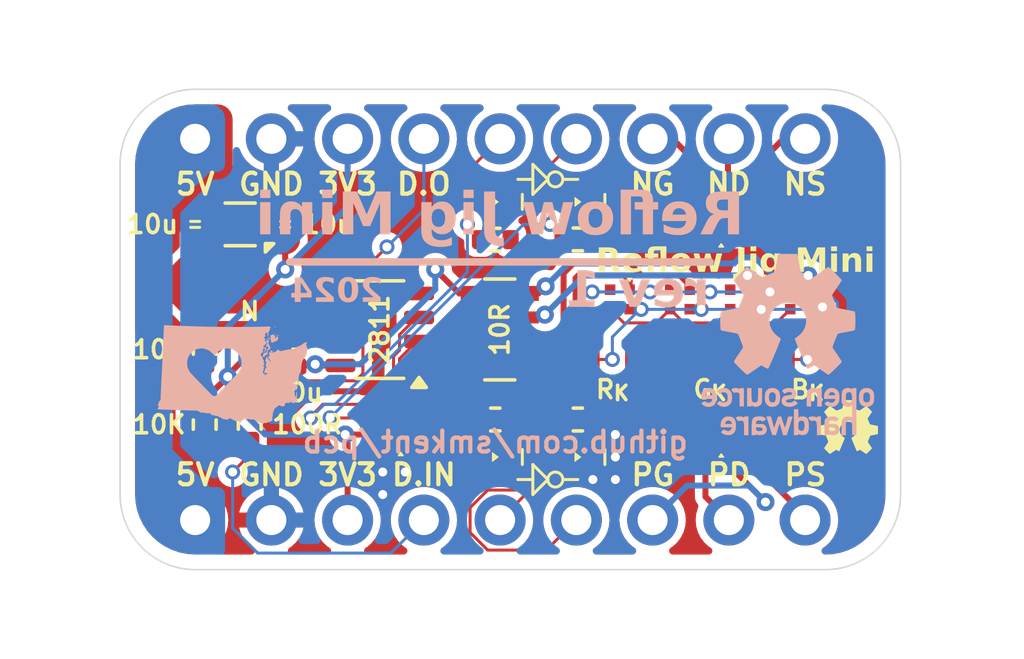
<source format=kicad_pcb>
(kicad_pcb (version 20240108) (generator "pcbnew") (generator_version "8.0")
  (layers (0 "F.Cu" signal) (31 "B.Cu" signal) (34 "B.Paste" user) (35 "F.Paste" user) (36 "B.SilkS" user "B.Silkscreen") (37 "F.SilkS" user "F.Silkscreen") (38 "B.Mask" user) (39 "F.Mask" user) (44 "Edge.Cuts" user))
  (net 0 "")
  (net 1 "GND")
  (net 3 "NOT2_A")
  (net 4 "+3V3")
  (net 5 "NOT1_A")
  (net 6 "+5V")
  (net 7 "NOT2_Y")
  (net 8 "NOT1_Y")
  (net 10 "WS2811_IN_3V3")
  (net 11 "WS2811_OUT_5V")
  (net 12 "WS2811_IN_5V")
  (net 13 "/WS2811_IN_3V3_F")
  (net 14 "Net-(D3-A)")
  (net 15 "Net-(D4-A)")
  (net 16 "PFET_D")
  (net 17 "PFET_G")
  (net 18 "PFET_S")
  (net 19 "NFET_D")
  (net 20 "NFET_G")
  (net 21 "NFET_S")
  (net 22 "Net-(LED1-A)")
  (net 23 "Net-(LED2-A)")
  (net 24 "Net-(LED3-A)")
  (net 25 "Net-(LED4-A)")
  (net 26 "/WS2811_1_OUTR")
  (net 27 "/WS2811_1_OUTG")
  (net 28 "/WS2811_1_OUTB")
  (net 29 "/WS2811_1_BK")
  (net 30 "/WS2811_1_RK")
  (net 31 "/WS2811_1_GK")
  (net 32 "Net-(D1-A)")
  (net 33 "Net-(D2-A)")
  (footprint "Resistor_SMD:R_0402_1005Metric" (layer "F.Cu") (at 152.32 101.17 -90)
    (property "Reference" "R2" (hide yes))
    (property "Value" "10K")
    (pad "1" smd roundrect (at -0.51 0 270) (size 0.54 0.64) (layers "F.Cu" "F.Paste" "F.Mask") (net 13 "/WS2811_IN_3V3_F"))
    (pad "2" smd roundrect (at 0.51 0 270) (size 0.54 0.64) (layers "F.Cu" "F.Paste" "F.Mask") (net 4 "+3V3"))
  )
  (footprint "custom:C_0402_1005Metric_simple" (layer "F.Cu") (at 152 94.5 -90)
    (property "Reference" "C0" (hide yes))
    (property "Value" "10u")
    (pad "1" smd roundrect (at -0.48 0 270) (size 0.56 0.62) (layers "F.Cu" "F.Paste" "F.Mask") (net 6 "+5V"))
    (pad "2" smd roundrect (at 0.48 0 270) (size 0.56 0.62) (layers "F.Cu" "F.Paste" "F.Mask") (net 1 "GND"))
  )
  (footprint "custom:R_0603_1608Metric_simple" (layer "F.Cu") (at 172.4 99)
    (property "Reference" "R8" (hide yes))
    (property "Value" "100R")
    (pad "1" smd roundrect (at -0.825 0) (size 0.8 0.95) (layers "F.Cu" "F.Paste" "F.Mask") (net 29 "/WS2811_1_BK"))
    (pad "2" smd roundrect (at 0.825 0) (size 0.8 0.95) (layers "F.Cu" "F.Paste" "F.Mask") (net 28 "/WS2811_1_OUTB"))
  )
  (footprint "Resistor_SMD:R_0402_1005Metric" (layer "F.Cu") (at 162 101)
    (property "Reference" "R12" (hide yes))
    (property "Value" "5K1")
    (pad "1" smd roundrect (at -0.51 0) (size 0.54 0.64) (layers "F.Cu" "F.Paste" "F.Mask") (net 5 "NOT1_A"))
    (pad "2" smd roundrect (at 0.51 0) (size 0.54 0.64) (layers "F.Cu" "F.Paste" "F.Mask") (net 32 "Net-(D1-A)"))
  )
  (footprint "Resistor_SMD:R_0402_1005Metric" (layer "F.Cu") (at 164.75 101)
    (property "Reference" "R14" (hide yes))
    (property "Value" "5K1")
    (pad "1" smd roundrect (at -0.51 0) (size 0.54 0.64) (layers "F.Cu" "F.Paste" "F.Mask") (net 8 "NOT1_Y"))
    (pad "2" smd roundrect (at 0.51 0) (size 0.54 0.64) (layers "F.Cu" "F.Paste" "F.Mask") (net 14 "Net-(D3-A)"))
  )
  (footprint "lcsc:LED-ARRAY-SMD_4P-L1.0-W1.0-TR-RD" (layer "F.Cu") (at 168.15 97)
    (property "Reference" "LED2" (hide yes))
    (property "Value" "XL-B1010RGBT-HF")
    (pad "1" smd rect (at 0.325 -0.325 180) (size 0.35 0.35) (layers "F.Cu" "F.Paste" "F.Mask") (net 23 "Net-(LED2-A)"))
    (pad "2" smd rect (at 0.325 0.325 180) (size 0.35 0.35) (layers "F.Cu" "F.Paste" "F.Mask") (net 30 "/WS2811_1_RK"))
    (pad "3" smd rect (at -0.325 0.325 180) (size 0.35 0.35) (layers "F.Cu" "F.Paste" "F.Mask") (net 31 "/WS2811_1_GK"))
    (pad "4" smd rect (at -0.325 -0.325 180) (size 0.35 0.35) (layers "F.Cu" "F.Paste" "F.Mask") (net 29 "/WS2811_1_BK"))
  )
  (footprint "Resistor_SMD:R_0402_1005Metric" (layer "F.Cu") (at 162 95.01)
    (property "Reference" "R4" (hide yes))
    (property "Value" "5K1")
    (pad "1" smd roundrect (at -0.51 0) (size 0.54 0.64) (layers "F.Cu" "F.Paste" "F.Mask") (net 3 "NOT2_A"))
    (pad "2" smd roundrect (at 0.51 0) (size 0.54 0.64) (layers "F.Cu" "F.Paste" "F.Mask") (net 33 "Net-(D2-A)"))
  )
  (footprint "lcsc:FSOP-8_L3.3-W1.7-P0.80-LS2.9-BL" (layer "F.Cu") (at 158.15 98 180)
    (property "Reference" "U1" (hide yes))
    (property "Value" "WS2811F")
    (pad "1" smd roundrect (at -1.31 -1.2 270) (size 0.45 1) (layers "F.Cu" "F.Paste" "F.Mask") (net 26 "/WS2811_1_OUTR"))
    (pad "2" smd roundrect (at -1.31 -0.4 270) (size 0.45 1) (layers "F.Cu" "F.Paste" "F.Mask") (net 27 "/WS2811_1_OUTG"))
    (pad "3" smd roundrect (at -1.31 0.4 270) (size 0.45 1) (layers "F.Cu" "F.Paste" "F.Mask") (net 28 "/WS2811_1_OUTB"))
    (pad "4" smd roundrect (at -1.31 1.2 270) (size 0.45 1) (layers "F.Cu" "F.Paste" "F.Mask") (net 1 "GND"))
    (pad "5" smd roundrect (at 1.31 1.2 270) (size 0.45 1) (layers "F.Cu" "F.Paste" "F.Mask") (net 11 "WS2811_OUT_5V"))
    (pad "6" smd roundrect (at 1.31 0.4 270) (size 0.45 1) (layers "F.Cu" "F.Paste" "F.Mask") (net 12 "WS2811_IN_5V"))
    (pad "7" smd roundrect (at 1.31 -0.4 270) (size 0.45 1) (layers "F.Cu" "F.Paste" "F.Mask"))
    (pad "8" smd roundrect (at 1.31 -1.2 270) (size 0.45 1) (layers "F.Cu" "F.Paste" "F.Mask") (net 6 "+5V"))
  )
  (footprint "custom:LED_0402_1005Metric" (layer "F.Cu") (at 164.75 102.25 180)
    (property "Reference" "D3" (hide yes))
    (property "Value" "Green")
    (pad "1" smd roundrect (at -0.485 0 180) (size 0.59 0.64) (layers "F.Cu" "F.Paste" "F.Mask") (net 1 "GND"))
    (pad "2" smd roundrect (at 0.485 0 180) (size 0.59 0.64) (layers "F.Cu" "F.Paste" "F.Mask") (net 14 "Net-(D3-A)"))
  )
  (footprint "Package_DFN_QFN:UDFN-4-1EP_1x1mm_P0.65mm_EP0.48x0.48mm" (layer "F.Cu") (at 153.5 94.5 180)
    (property "Reference" "U5" (hide yes))
    (property "Value" "ME6211C33U4")
    (pad "1" smd custom (at -0.54 -0.325 180) (size 0.22 0.25) (layers "F.Cu" "F.Paste" "F.Mask") (net 4 "+3V3") (options (clearance outline) (anchor rect)) (primitives (gr_poly (pts (xy 0.11 0.125) (xy 0.11 -0.125) (xy 0.36 -0.125)) (width 0) (fill yes))))
    (pad "2" smd custom (at -0.54 0.325 180) (size 0.22 0.25) (layers "F.Cu" "F.Paste" "F.Mask") (net 1 "GND") (options (clearance outline) (anchor rect)) (primitives (gr_poly (pts (xy 0.29 0.055) (xy 0.29 0.125) (xy 0.11 0.125) (xy 0.11 -0.125)) (width 0) (fill yes))))
    (pad "3" smd custom (at 0.54 0.325 180) (size 0.22 0.25) (layers "F.Cu" "F.Paste" "F.Mask") (net 6 "+5V") (options (clearance outline) (anchor rect)) (primitives (gr_poly (pts (xy -0.11 0.125) (xy -0.29 0.125) (xy -0.29 0.055) (xy -0.11 -0.125)) (width 0) (fill yes))))
    (pad "4" smd custom (at 0.54 -0.325 180) (size 0.22 0.25) (layers "F.Cu" "F.Paste" "F.Mask") (net 6 "+5V") (options (clearance outline) (anchor rect)) (primitives (gr_poly (pts (xy -0.11 0.125) (xy -0.29 -0.055) (xy -0.29 -0.125) (xy -0.11 -0.125)) (width 0) (fill yes))))
    (pad "5" smd rect (at 0 0 225) (size 0.48 0.48) (layers "F.Cu" "F.Paste" "F.Mask"))
  )
  (footprint "Resistor_SMD:R_0402_1005Metric" (layer "F.Cu") (at 152.32 98.67 90)
    (property "Reference" "R3" (hide yes))
    (property "Value" "10K")
    (pad "1" smd roundrect (at -0.51 0 90) (size 0.54 0.64) (layers "F.Cu" "F.Paste" "F.Mask") (net 12 "WS2811_IN_5V"))
    (pad "2" smd roundrect (at 0.51 0 90) (size 0.54 0.64) (layers "F.Cu" "F.Paste" "F.Mask") (net 6 "+5V"))
  )
  (footprint "custom:LED_0402_1005Metric" (layer "F.Cu") (at 162 102.25 180)
    (property "Reference" "D1" (hide yes))
    (property "Value" "Green")
    (pad "1" smd roundrect (at -0.485 0 180) (size 0.59 0.64) (layers "F.Cu" "F.Paste" "F.Mask") (net 1 "GND"))
    (pad "2" smd roundrect (at 0.485 0 180) (size 0.59 0.64) (layers "F.Cu" "F.Paste" "F.Mask") (net 32 "Net-(D1-A)"))
  )
  (footprint "lcsc:LED-ARRAY-SMD_4P-L1.0-W1.0-TR-RD" (layer "F.Cu") (at 172.15 97)
    (property "Reference" "LED4" (hide yes))
    (property "Value" "XL-B1010RGBT-HF")
    (pad "1" smd rect (at 0.325 -0.325 180) (size 0.35 0.35) (layers "F.Cu" "F.Paste" "F.Mask") (net 25 "Net-(LED4-A)"))
    (pad "2" smd rect (at 0.325 0.325 180) (size 0.35 0.35) (layers "F.Cu" "F.Paste" "F.Mask") (net 30 "/WS2811_1_RK"))
    (pad "3" smd rect (at -0.325 0.325 180) (size 0.35 0.35) (layers "F.Cu" "F.Paste" "F.Mask") (net 31 "/WS2811_1_GK"))
    (pad "4" smd rect (at -0.325 -0.325 180) (size 0.35 0.35) (layers "F.Cu" "F.Paste" "F.Mask") (net 29 "/WS2811_1_BK"))
  )
  (footprint "custom:DFN1006-3" (layer "F.Cu") (at 169.75 101.5 90)
    (property "Reference" "Q3" (hide yes))
    (property "Value" "ES3139KE")
    (pad "1" smd roundrect (at -0.35 -0.225) (size 0.25 0.4) (layers "F.Cu" "F.Paste" "F.Mask") (roundrect_rratio 0.2) (net 17 "PFET_G"))
    (pad "2" smd roundrect (at -0.35 0.225) (size 0.25 0.4) (layers "F.Cu" "F.Paste" "F.Mask") (roundrect_rratio 0.2) (net 18 "PFET_S"))
    (pad "3" smd roundrect (at 0.35 0) (size 0.7 0.4) (layers "F.Cu" "F.Paste" "F.Mask") (roundrect_rratio 0.2) (net 16 "PFET_D"))
  )
  (footprint "lcsc:LED-ARRAY-SMD_4P-L1.0-W1.0-TR-RD" (layer "F.Cu") (at 166.15 97)
    (property "Reference" "LED1" (hide yes))
    (property "Value" "XL-B1010RGBT-HF")
    (pad "1" smd rect (at 0.325 -0.325 180) (size 0.35 0.35) (layers "F.Cu" "F.Paste" "F.Mask") (net 22 "Net-(LED1-A)"))
    (pad "2" smd rect (at 0.325 0.325 180) (size 0.35 0.35) (layers "F.Cu" "F.Paste" "F.Mask") (net 30 "/WS2811_1_RK"))
    (pad "3" smd rect (at -0.325 0.325 180) (size 0.35 0.35) (layers "F.Cu" "F.Paste" "F.Mask") (net 31 "/WS2811_1_GK"))
    (pad "4" smd rect (at -0.325 -0.325 180) (size 0.35 0.35) (layers "F.Cu" "F.Paste" "F.Mask") (net 29 "/WS2811_1_BK"))
  )
  (footprint "custom:C_0402_1005Metric_simple" (layer "F.Cu") (at 155 94.5 90)
    (property "Reference" "C1" (hide yes))
    (property "Value" "10u")
    (pad "1" smd roundrect (at -0.48 0 90) (size 0.56 0.62) (layers "F.Cu" "F.Paste" "F.Mask") (net 4 "+3V3"))
    (pad "2" smd roundrect (at 0.48 0 90) (size 0.56 0.62) (layers "F.Cu" "F.Paste" "F.Mask") (net 1 "GND"))
  )
  (footprint "custom:R_0603_1608Metric_simple" (layer "F.Cu") (at 169.15 99)
    (property "Reference" "R7" (hide yes))
    (property "Value" "100R")
    (pad "1" smd roundrect (at -0.825 0) (size 0.8 0.95) (layers "F.Cu" "F.Paste" "F.Mask") (net 31 "/WS2811_1_GK"))
    (pad "2" smd roundrect (at 0.825 0) (size 0.8 0.95) (layers "F.Cu" "F.Paste" "F.Mask") (net 27 "/WS2811_1_OUTG"))
  )
  (footprint "custom:DFN1006-3" (layer "F.Cu") (at 169.75 94.5 90)
    (property "Reference" "Q2" (hide yes))
    (property "Value" "SDV301N3")
    (pad "1" smd roundrect (at -0.35 -0.225) (size 0.25 0.4) (layers "F.Cu" "F.Paste" "F.Mask") (roundrect_rratio 0.2) (net 20 "NFET_G"))
    (pad "2" smd roundrect (at -0.35 0.225) (size 0.25 0.4) (layers "F.Cu" "F.Paste" "F.Mask") (roundrect_rratio 0.2) (net 21 "NFET_S"))
    (pad "3" smd roundrect (at 0.35 0) (size 0.7 0.4) (layers "F.Cu" "F.Paste" "F.Mask") (roundrect_rratio 0.2) (net 19 "NFET_D"))
  )
  (footprint "graphics:oshw-logo-2mm" (layer "F.Cu") (at 173.75 101.25)
    (property "Reference" "G***" (hide yes))
    (property "Value" "LOGO" (hide yes))
  )
  (footprint "lcsc:X2-DFN1010-6_L1.0-W1.0-P0.35-BL" (layer "F.Cu") (at 158.5 101.5 90)
    (property "Reference" "U4" (hide yes))
    (property "Value" "74AUP2G06FW4-7")
    (pad "1" smd rect (at -0.35 0.35 270) (size 0.2 0.55) (layers "F.Cu" "F.Paste" "F.Mask") (net 5 "NOT1_A"))
    (pad "2" smd rect (at 0 0.35 270) (size 0.2 0.55) (layers "F.Cu" "F.Paste" "F.Mask") (net 1 "GND"))
    (pad "3" smd rect (at 0.35 0.35 270) (size 0.2 0.55) (layers "F.Cu" "F.Paste" "F.Mask") (net 3 "NOT2_A"))
    (pad "4" smd rect (at 0.35 -0.35 270) (size 0.2 0.55) (layers "F.Cu" "F.Paste" "F.Mask") (net 7 "NOT2_Y"))
    (pad "5" smd rect (at 0 -0.35 270) (size 0.2 0.55) (layers "F.Cu" "F.Paste" "F.Mask") (net 4 "+3V3"))
    (pad "6" smd rect (at -0.35 -0.35 270) (size 0.2 0.55) (layers "F.Cu" "F.Paste" "F.Mask") (net 8 "NOT1_Y"))
  )
  (footprint "Resistor_SMD:R_0402_1005Metric" (layer "F.Cu") (at 153.82 101.17 90)
    (property "Reference" "R1" (hide yes))
    (property "Value" "100R")
    (pad "1" smd roundrect (at -0.51 0 90) (size 0.54 0.64) (layers "F.Cu" "F.Paste" "F.Mask") (net 10 "WS2811_IN_3V3"))
    (pad "2" smd roundrect (at 0.51 0 90) (size 0.54 0.64) (layers "F.Cu" "F.Paste" "F.Mask") (net 13 "/WS2811_IN_3V3_F"))
  )
  (footprint "custom:LED_0402_1005Metric" (layer "F.Cu") (at 162 93.75 180)
    (property "Reference" "D2" (hide yes))
    (property "Value" "Green")
    (pad "1" smd roundrect (at -0.485 0 180) (size 0.59 0.64) (layers "F.Cu" "F.Paste" "F.Mask") (net 1 "GND"))
    (pad "2" smd roundrect (at 0.485 0 180) (size 0.59 0.64) (layers "F.Cu" "F.Paste" "F.Mask") (net 33 "Net-(D2-A)"))
  )
  (footprint "lcsc:LED-ARRAY-SMD_4P-L1.0-W1.0-TR-RD" (layer "F.Cu") (at 170.15 97)
    (property "Reference" "LED3" (hide yes))
    (property "Value" "XL-B1010RGBT-HF")
    (pad "1" smd rect (at 0.325 -0.325 180) (size 0.35 0.35) (layers "F.Cu" "F.Paste" "F.Mask") (net 24 "Net-(LED3-A)"))
    (pad "2" smd rect (at 0.325 0.325 180) (size 0.35 0.35) (layers "F.Cu" "F.Paste" "F.Mask") (net 30 "/WS2811_1_RK"))
    (pad "3" smd rect (at -0.325 0.325 180) (size 0.35 0.35) (layers "F.Cu" "F.Paste" "F.Mask") (net 31 "/WS2811_1_GK"))
    (pad "4" smd rect (at -0.325 -0.325 180) (size 0.35 0.35) (layers "F.Cu" "F.Paste" "F.Mask") (net 29 "/WS2811_1_BK"))
  )
  (footprint "custom:C_0402_1005Metric_simple" (layer "F.Cu") (at 155.4 98.75 90)
    (property "Reference" "C2" (hide yes))
    (property "Value" "10u")
    (pad "1" smd roundrect (at -0.48 0 90) (size 0.56 0.62) (layers "F.Cu" "F.Paste" "F.Mask") (net 6 "+5V"))
    (pad "2" smd roundrect (at 0.48 0 90) (size 0.56 0.62) (layers "F.Cu" "F.Paste" "F.Mask") (net 1 "GND"))
  )
  (footprint "custom:LED_0402_1005Metric" (layer "F.Cu") (at 164.75 93.75 180)
    (property "Reference" "D4" (hide yes))
    (property "Value" "Green")
    (pad "1" smd roundrect (at -0.485 0 180) (size 0.59 0.64) (layers "F.Cu" "F.Paste" "F.Mask") (net 1 "GND"))
    (pad "2" smd roundrect (at 0.485 0 180) (size 0.59 0.64) (layers "F.Cu" "F.Paste" "F.Mask") (net 15 "Net-(D4-A)"))
  )
  (footprint "Resistor_SMD:R_Array_Convex_4x0603" (layer "F.Cu") (at 162.15 98 180)
    (property "Reference" "RN1" (hide yes))
    (property "Value" "10R")
    (pad "1" smd rect (at -0.9 -1.2 180) (size 0.8 0.5) (layers "F.Cu" "F.Paste" "F.Mask") (net 22 "Net-(LED1-A)"))
    (pad "2" smd rect (at -0.9 -0.4 180) (size 0.8 0.4) (layers "F.Cu" "F.Paste" "F.Mask") (net 23 "Net-(LED2-A)"))
    (pad "3" smd rect (at -0.9 0.4 180) (size 0.8 0.4) (layers "F.Cu" "F.Paste" "F.Mask") (net 24 "Net-(LED3-A)"))
    (pad "4" smd rect (at -0.9 1.2 180) (size 0.8 0.5) (layers "F.Cu" "F.Paste" "F.Mask") (net 25 "Net-(LED4-A)"))
    (pad "5" smd rect (at 0.9 1.2 180) (size 0.8 0.5) (layers "F.Cu" "F.Paste" "F.Mask") (net 6 "+5V"))
    (pad "6" smd rect (at 0.9 0.4 180) (size 0.8 0.4) (layers "F.Cu" "F.Paste" "F.Mask") (net 6 "+5V"))
    (pad "7" smd rect (at 0.9 -0.4 180) (size 0.8 0.4) (layers "F.Cu" "F.Paste" "F.Mask") (net 6 "+5V"))
    (pad "8" smd rect (at 0.9 -1.2 180) (size 0.8 0.5) (layers "F.Cu" "F.Paste" "F.Mask") (net 6 "+5V"))
  )
  (footprint "Resistor_SMD:R_0402_1005Metric" (layer "F.Cu") (at 164.75 95)
    (property "Reference" "R5" (hide yes))
    (property "Value" "5K1")
    (pad "1" smd roundrect (at -0.51 0) (size 0.54 0.64) (layers "F.Cu" "F.Paste" "F.Mask") (net 7 "NOT2_Y"))
    (pad "2" smd roundrect (at 0.51 0) (size 0.54 0.64) (layers "F.Cu" "F.Paste" "F.Mask") (net 15 "Net-(D4-A)"))
  )
  (footprint "custom:R_0603_1608Metric_simple" (layer "F.Cu") (at 165.9 99)
    (property "Reference" "R6" (hide yes))
    (property "Value" "100R")
    (pad "1" smd roundrect (at -0.825 0) (size 0.8 0.95) (layers "F.Cu" "F.Paste" "F.Mask") (net 30 "/WS2811_1_RK"))
    (pad "2" smd roundrect (at 0.825 0) (size 0.8 0.95) (layers "F.Cu" "F.Paste" "F.Mask") (net 26 "/WS2811_1_OUTR"))
  )
  (footprint "custom:DFN1006-3" (layer "F.Cu") (at 153.82 98.67 90)
    (property "Reference" "Q1" (hide yes))
    (property "Value" "SDV301N3")
    (pad "1" smd roundrect (at -0.35 -0.225) (size 0.25 0.4) (layers "F.Cu" "F.Paste" "F.Mask") (roundrect_rratio 0.2) (net 4 "+3V3"))
    (pad "2" smd roundrect (at -0.35 0.225) (size 0.25 0.4) (layers "F.Cu" "F.Paste" "F.Mask") (roundrect_rratio 0.2) (net 13 "/WS2811_IN_3V3_F"))
    (pad "3" smd roundrect (at 0.35 0) (size 0.7 0.4) (layers "F.Cu" "F.Paste" "F.Mask") (roundrect_rratio 0.2) (net 12 "WS2811_IN_5V"))
  )
  (footprint "custom:PinHeader_1x09_P2.54mm_Vertical_simple" (layer "B.Cu") (at 152 104.35 -90)
    (property "Reference" "J1" (hide yes))
    (property "Value" "Pin headers")
    (pad "1" thru_hole oval (at 0 0 270) (size 1.7 1.7) (drill 1) (layers "*.Cu" "*.Mask") (net 6 "+5V"))
    (pad "2" thru_hole oval (at 0 -2.54 270) (size 1.7 1.7) (drill 1) (layers "*.Cu" "*.Mask") (net 1 "GND"))
    (pad "3" thru_hole oval (at 0 -5.08 270) (size 1.7 1.7) (drill 1) (layers "*.Cu" "*.Mask") (net 4 "+3V3"))
    (pad "4" thru_hole oval (at 0 -7.62 270) (size 1.7 1.7) (drill 1) (layers "*.Cu" "*.Mask") (net 10 "WS2811_IN_3V3"))
    (pad "5" thru_hole oval (at 0 -10.16 270) (size 1.7 1.7) (drill 1) (layers "*.Cu" "*.Mask") (net 5 "NOT1_A"))
    (pad "6" thru_hole oval (at 0 -12.7 270) (size 1.7 1.7) (drill 1) (layers "*.Cu" "*.Mask") (net 8 "NOT1_Y"))
    (pad "7" thru_hole oval (at 0 -15.24 270) (size 1.7 1.7) (drill 1) (layers "*.Cu" "*.Mask") (net 17 "PFET_G"))
    (pad "8" thru_hole oval (at 0 -17.78 270) (size 1.7 1.7) (drill 1) (layers "*.Cu" "*.Mask") (net 16 "PFET_D"))
    (pad "9" thru_hole oval (at 0 -20.32 270) (size 1.7 1.7) (drill 1) (layers "*.Cu" "*.Mask") (net 18 "PFET_S"))
  )
  (footprint "custom:PinHeader_1x09_P2.54mm_Vertical_simple" (layer "B.Cu") (at 152 91.65 -90)
    (property "Reference" "J2" (hide yes))
    (property "Value" "Pin headers")
    (pad "1" thru_hole oval (at 0 0 270) (size 1.7 1.7) (drill 1) (layers "*.Cu" "*.Mask") (net 6 "+5V"))
    (pad "2" thru_hole oval (at 0 -2.54 270) (size 1.7 1.7) (drill 1) (layers "*.Cu" "*.Mask") (net 1 "GND"))
    (pad "3" thru_hole oval (at 0 -5.08 270) (size 1.7 1.7) (drill 1) (layers "*.Cu" "*.Mask") (net 4 "+3V3"))
    (pad "4" thru_hole oval (at 0 -7.62 270) (size 1.7 1.7) (drill 1) (layers "*.Cu" "*.Mask") (net 11 "WS2811_OUT_5V"))
    (pad "5" thru_hole oval (at 0 -10.16 270) (size 1.7 1.7) (drill 1) (layers "*.Cu" "*.Mask") (net 3 "NOT2_A"))
    (pad "6" thru_hole oval (at 0 -12.7 270) (size 1.7 1.7) (drill 1) (layers "*.Cu" "*.Mask") (net 7 "NOT2_Y"))
    (pad "7" thru_hole oval (at 0 -15.24 270) (size 1.7 1.7) (drill 1) (layers "*.Cu" "*.Mask") (net 20 "NFET_G"))
    (pad "8" thru_hole oval (at 0 -17.78 270) (size 1.7 1.7) (drill 1) (layers "*.Cu" "*.Mask") (net 19 "NFET_D"))
    (pad "9" thru_hole oval (at 0 -20.32 270) (size 1.7 1.7) (drill 1) (layers "*.Cu" "*.Mask") (net 21 "NFET_S"))
  )
  (footprint "graphics:wa-state-heart-5mm" (layer "B.Cu") (at 153.25 99.5 180)
    (property "Reference" "G***" (hide yes))
    (property "Value" "LOGO" (hide yes))
  )
  (footprint "Symbol:OSHW-Logo_5.7x6mm_SilkScreen" (layer "B.Cu") (at 171.75 98.5 180)
    (property "Reference" "REF**" (hide yes))
    (property "Value" "OSHW-Logo_5.7x6mm_SilkScreen" (hide yes))
  )
  (gr_line (start 169.15 95.75) (end 155.15 95.75) (stroke (width 0.25)) (layer "B.SilkS"))
  (gr_line (start 163.25 92.5) (end 163.25 93.5) (stroke (width 0.1)) (layer "F.SilkS"))
  (gr_line (start 163.75 103) (end 163.25 102.5) (stroke (width 0.1)) (layer "F.SilkS"))
  (gr_line (start 163.75 103) (end 163.25 103.5) (stroke (width 0.1)) (layer "F.SilkS"))
  (gr_line (start 163.75 93) (end 163.25 92.5) (stroke (width 0.1)) (layer "F.SilkS"))
  (gr_line (start 163.25 93) (end 162.75 93) (stroke (width 0.1)) (layer "F.SilkS"))
  (gr_line (start 163.25 102.5) (end 163.25 103.5) (stroke (width 0.1)) (layer "F.SilkS"))
  (gr_line (start 163.25 103) (end 162.75 103) (stroke (width 0.1)) (layer "F.SilkS"))
  (gr_line (start 164.25 93) (end 164.75 93) (stroke (width 0.1)) (layer "F.SilkS"))
  (gr_circle (center 164 93) (end 164.25 93) (stroke (width 0.1)) (fill none) (layer "F.SilkS"))
  (gr_line (start 163.75 93) (end 163.25 93.5) (stroke (width 0.1)) (layer "F.SilkS"))
  (gr_line (start 164.25 103) (end 164.75 103) (stroke (width 0.1)) (layer "F.SilkS"))
  (gr_circle (center 164 103) (end 164.25 103) (stroke (width 0.1)) (fill none) (layer "F.SilkS"))
  (gr_line (start 152 90) (end 173 90) (stroke (width 0.05)) (layer "Edge.Cuts"))
  (gr_line (start 175.5 92.5) (end 175.5 103.5) (stroke (width 0.05)) (layer "Edge.Cuts"))
  (gr_arc (start 152 106) (mid 150.232233 105.267767) (end 149.5 103.5) (stroke (width 0.05)) (layer "Edge.Cuts"))
  (gr_arc (start 175.5 103.5) (mid 174.767767 105.267767) (end 173 106) (stroke (width 0.05)) (layer "Edge.Cuts"))
  (gr_line (start 173 106) (end 152 106) (stroke (width 0.05)) (layer "Edge.Cuts"))
  (gr_arc (start 149.5 92.5) (mid 150.232233 90.732233) (end 152 90) (stroke (width 0.05)) (layer "Edge.Cuts"))
  (gr_line (start 149.5 103.5) (end 149.5 92.5) (stroke (width 0.05)) (layer "Edge.Cuts"))
  (gr_arc (start 173 90) (mid 174.767767 90.732233) (end 175.5 92.5) (stroke (width 0.05)) (layer "Edge.Cuts"))
  (gr_text "rev 1" (at 169.15 96.75 0) (layer "B.SilkS") (effects (font (size 1.2 1.2) (thickness 0.24) (bold yes)) (justify left mirror)))
  (gr_text "github.com/smkent/pcb" (at 162 101.75 0) (layer "B.SilkS") (effects (font (size 0.7 0.7) (thickness 0.14) (bold yes)) (justify mirror)))
  (gr_text "2024" (at 155.15 96.75 0) (layer "B.SilkS") (effects (font (size 0.8 0.8) (thickness 0.24) (bold yes)) (justify right mirror)))
  (gr_text "Reflow Jig Mini" (at 162.15 94.25 0) (layer "B.SilkS") (effects (font (size 1.4 1.4) (thickness 0.3) (bold yes)) (justify mirror)))
  (gr_text "100R" (at 154.5 101.17 0) (layer "F.SilkS") (effects (font (size 0.6 0.6) (thickness 0.12) (bold yes)) (justify left)))
  (gr_text "5V" (at 152 103.25 0) (layer "F.SilkS") (effects (font (size 0.7 0.7) (thickness 0.14) (bold yes)) (justify bottom)))
  (gr_text "10K" (at 151.75 101.17 0) (layer "F.SilkS") (effects (font (size 0.6 0.6) (thickness 0.12) (bold yes)) (justify right)))
  (gr_text "NS" (at 172.32 92.75 0) (layer "F.SilkS") (effects (font (size 0.7 0.7) (thickness 0.14) (bold yes)) (justify top)))
  (gr_text "G_{K}" (at 169.15 100 0) (layer "F.SilkS") (effects (font (size 0.6 0.6) (thickness 0.12) (bold yes))))
  (gr_text "NG" (at 167.24 92.75 0) (layer "F.SilkS") (effects (font (size 0.7 0.7) (thickness 0.14) (bold yes)) (justify top)))
  (gr_text "GND" (at 154.54 92.75 0) (layer "F.SilkS") (effects (font (size 0.7 0.7) (thickness 0.14) (bold yes)) (justify top)))
  (gr_text "2811" (at 158.15 98 90) (layer "F.SilkS") (effects (font (size 0.6 0.6) (thickness 0.12) (bold yes))))
  (gr_text "10R" (at 162.15 98 90) (layer "F.SilkS") (effects (font (size 0.6 0.6) (thickness 0.12) (bold yes))))
  (gr_text "PG" (at 167.25 103.25 0) (layer "F.SilkS") (effects (font (size 0.7 0.7) (thickness 0.14) (bold yes)) (justify bottom)))
  (gr_text "ND" (at 169.78 92.75 0) (layer "F.SilkS") (effects (font (size 0.7 0.7) (thickness 0.14) (bold yes)) (justify top)))
  (gr_text "3V3" (at 157.08 92.75 0) (layer "F.SilkS") (effects (font (size 0.7 0.7) (thickness 0.14) (bold yes)) (justify top)))
  (gr_text "5V" (at 152 92.75 0) (layer "F.SilkS") (effects (font (size 0.7 0.7) (thickness 0.14) (bold yes)) (justify top)))
  (gr_text "PS" (at 172.33 103.25 0) (layer "F.SilkS") (effects (font (size 0.7 0.7) (thickness 0.14) (bold yes)) (justify bottom)))
  (gr_text "10K" (at 151.75 98.67 0) (layer "F.SilkS") (effects (font (size 0.6 0.6) (thickness 0.12) (bold yes)) (justify right)))
  (gr_text "3V3" (at 157.08 103.25 0) (layer "F.SilkS") (effects (font (size 0.7 0.7) (thickness 0.14) (bold yes)) (justify bottom)))
  (gr_text "10u" (at 151.5 94.5 0) (layer "F.SilkS") (effects (font (size 0.6 0.6) (thickness 0.12) (bold yes)) (justify right)))
  (gr_text "PD" (at 169.79 103.25 0) (layer "F.SilkS") (effects (font (size 0.7 0.7) (thickness 0.14) (bold yes)) (justify bottom)))
  (gr_text "R_{K}" (at 165.9 100 0) (layer "F.SilkS") (effects (font (size 0.6 0.6) (thickness 0.12) (bold yes))))
  (gr_text "D.IN" (at 159.62 103.25 0) (layer "F.SilkS") (effects (font (size 0.7 0.7) (thickness 0.14) (bold yes)) (justify bottom)))
  (gr_text "10u" (at 155.4 99.75 0) (layer "F.SilkS") (effects (font (size 0.6 0.6) (thickness 0.12) (bold yes)) (justify top)))
  (gr_text "D.O" (at 159.62 92.75 0) (layer "F.SilkS") (effects (font (size 0.7 0.7) (thickness 0.14) (bold yes)) (justify top)))
  (gr_text "GND" (at 154.54 103.25 0) (layer "F.SilkS") (effects (font (size 0.7 0.7) (thickness 0.14) (bold yes)) (justify bottom)))
  (gr_text "10u" (at 155.5 94.5 0) (layer "F.SilkS") (effects (font (size 0.6 0.6) (thickness 0.12) (bold yes)) (justify left)))
  (gr_text "N" (at 153.82 97.75 0) (layer "F.SilkS") (effects (font (size 0.6 0.6) (thickness 0.12) (bold yes)) (justify bottom)))
  (gr_text "Reflow Jig Mini" (at 170 95.75 0) (layer "F.SilkS") (effects (font (size 0.8 0.8) (thickness 0.3) (bold yes))))
  (gr_text "B_{K}" (at 172.4 100 0) (layer "F.SilkS") (effects (font (size 0.6 0.6) (thickness 0.12) (bold yes))))
  (segment (start 154.54 101.477693) (end 154.54 104.35) (width 0.2) (layer "F.Cu") (net 1))
  (segment (start 158.85 101.5) (end 160 101.5) (width 0.2) (layer "F.Cu") (net 1))
  (segment (start 155.957693 100.06) (end 154.54 101.477693) (width 0.2) (layer "F.Cu") (net 1))
  (segment (start 160 101.5) (end 158.56 100.06) (width 0.2) (layer "F.Cu") (net 1))
  (segment (start 158.56 100.06) (end 155.957693 100.06) (width 0.2) (layer "F.Cu") (net 1))
  (segment (start 162.485 102.985) (end 160.75 102.985) (width 0.2) (layer "F.Cu") (net 1))
  (segment (start 162.485 102.25) (end 162.485 102.985) (width 0.2) (layer "F.Cu") (net 1))
  (via (at 159 102.75) (size 0.6) (drill 0.3) (layers "F.Cu" "B.Cu") (net 1))
  (via (at 166 102.25) (size 0.6) (drill 0.3) (layers "F.Cu" "B.Cu") (net 1))
  (via (at 158.25 103.5) (size 0.6) (drill 0.3) (layers "F.Cu" "B.Cu") (net 1))
  (via (at 166 103) (size 0.6) (drill 0.3) (layers "F.Cu" "B.Cu") (net 1))
  (via (at 165.25 103) (size 0.6) (drill 0.3) (layers "F.Cu" "B.Cu") (net 1))
  (via (at 166 101.5) (size 0.6) (drill 0.3) (layers "F.Cu" "B.Cu") (net 1))
  (via (at 158.25 102.75) (size 0.6) (drill 0.3) (layers "F.Cu" "B.Cu") (net 1))
  (segment (start 156.254957 100.495043) (end 155.845511 100.904489) (width 0.1) (layer "F.Cu") (net 3))
  (segment (start 161.07 92.74) (end 162.16 91.65) (width 0.1) (layer "F.Cu") (net 3))
  (segment (start 158.195043 100.495043) (end 156.254957 100.495043) (width 0.1) (layer "F.Cu") (net 3))
  (segment (start 161.07 94.5) (end 161.07 92.74) (width 0.1) (layer "F.Cu") (net 3))
  (segment (start 161.07 94.59) (end 161.07 94.5) (width 0.1) (layer "F.Cu") (net 3))
  (segment (start 158.85 101.15) (end 158.195043 100.495043) (width 0.1) (layer "F.Cu") (net 3))
  (segment (start 161.49 95.01) (end 161.07 94.59) (width 0.1) (layer "F.Cu") (net 3))
  (segment (start 155.845511 100.904489) (end 155.845511 100.95) (width 0.1) (layer "F.Cu") (net 3))
  (via (at 161.07 94.5) (size 0.5) (drill 0.3) (layers "F.Cu" "B.Cu") (net 3))
  (via (at 155.845511 100.95) (size 0.5) (drill 0.3) (layers "F.Cu" "B.Cu") (net 3))
  (segment (start 156.662652 100.495043) (end 161.07 96.087695) (width 0.1) (layer "B.Cu") (net 3))
  (segment (start 156.300468 100.495043) (end 156.662652 100.495043) (width 0.1) (layer "B.Cu") (net 3))
  (segment (start 155.845511 100.95) (end 156.300468 100.495043) (width 0.1) (layer "B.Cu") (net 3))
  (segment (start 161.07 96.087695) (end 161.07 94.5) (width 0.1) (layer "B.Cu") (net 3))
  (segment (start 153.087943 99.527057) (end 153.595 99.02) (width 0.2) (layer "F.Cu") (net 4))
  (segment (start 153.087943 99.573268) (end 153.087943 99.527057) (width 0.2) (layer "F.Cu") (net 4))
  (segment (start 152.571211 100.09) (end 151.951076 100.09) (width 0.2) (layer "F.Cu") (net 4))
  (segment (start 151.7 100.341076) (end 151.7 101.06) (width 0.2) (layer "F.Cu") (net 4))
  (segment (start 151.7 101.06) (end 152.32 101.68) (width 0.2) (layer "F.Cu") (net 4))
  (segment (start 157.08 101.58) (end 157.08 104.35) (width 0.2) (layer "F.Cu") (net 4))
  (segment (start 157 101.5) (end 158.15 101.5) (width 0.2) (layer "F.Cu") (net 4))
  (segment (start 157 101.5) (end 157.08 101.58) (width 0.2) (layer "F.Cu") (net 4))
  (segment (start 153.087943 99.573268) (end 152.571211 100.09) (width 0.2) (layer "F.Cu") (net 4))
  (segment (start 155 94.98) (end 155 96) (width 0.2) (layer "F.Cu") (net 4))
  (segment (start 151.951076 100.09) (end 151.7 100.341076) (width 0.2) (layer "F.Cu") (net 4))
  (via (at 153.087943 99.573268) (size 0.6) (drill 0.3) (layers "F.Cu" "B.Cu") (net 4))
  (via (at 157 101.5) (size 0.6) (drill 0.3) (layers "F.Cu" "B.Cu") (net 4))
  (via (at 155 96) (size 0.6) (drill 0.3) (layers "F.Cu" "B.Cu") (net 4))
  (segment (start 153.087943 97.912057) (end 155 96) (width 0.2) (layer "B.Cu") (net 4))
  (segment (start 153.087943 99.573268) (end 153.087943 100.25) (width 0.2) (layer "B.Cu") (net 4))
  (segment (start 157.08 93.92) (end 157.08 91.65) (width 0.2) (layer "B.Cu") (net 4))
  (segment (start 157 101.5) (end 154.337943 101.5) (width 0.2) (layer "B.Cu") (net 4))
  (segment (start 155 96) (end 157.08 93.92) (width 0.2) (layer "B.Cu") (net 4))
  (segment (start 153.087943 99.573268) (end 153.087943 97.912057) (width 0.2) (layer "B.Cu") (net 4))
  (segment (start 154.337943 101.5) (end 153.087943 100.25) (width 0.2) (layer "B.Cu") (net 4))
  (segment (start 162.167158 100.3) (end 161.49 100.977158) (width 0.1) (layer "F.Cu") (net 5))
  (segment (start 164.66 101.306792) (end 164.66 100.46) (width 0.1) (layer "F.Cu") (net 5))
  (segment (start 163.82 102.68) (end 163.82 101.950184) (width 0.1) (layer "F.Cu") (net 5))
  (segment (start 164.66 100.46) (end 164.5 100.3) (width 0.1) (layer "F.Cu") (net 5))
  (segment (start 160.54 101.95) (end 158.95 101.95) (width 0.1) (layer "F.Cu") (net 5))
  (segment (start 164.5 100.3) (end 162.167158 100.3) (width 0.1) (layer "F.Cu") (net 5))
  (segment (start 158.95 101.95) (end 158.85 101.85) (width 0.1) (layer "F.Cu") (net 5))
  (segment (start 162.16 104.35) (end 162.16 104.34) (width 0.1) (layer "F.Cu") (net 5))
  (segment (start 163.82 101.950184) (end 164.281605 101.488579) (width 0.1) (layer "F.Cu") (net 5))
  (segment (start 161.49 101) (end 160.54 101.95) (width 0.1) (layer "F.Cu") (net 5))
  (segment (start 161.49 100.977158) (end 161.49 101) (width 0.1) (layer "F.Cu") (net 5))
  (segment (start 162.16 104.34) (end 163.82 102.68) (width 0.1) (layer "F.Cu") (net 5))
  (segment (start 164.478213 101.488579) (end 164.66 101.306792) (width 0.1) (layer "F.Cu") (net 5))
  (segment (start 164.281605 101.488579) (end 164.478213 101.488579) (width 0.1) (layer "F.Cu") (net 5))
  (segment (start 154.47 98.3) (end 154.47 98.040382) (width 0.2) (layer "F.Cu") (net 6))
  (segment (start 161.25 96.8) (end 160.8 96.8) (width 0.2) (layer "F.Cu") (net 6))
  (segment (start 160.8 96.8) (end 160 96) (width 0.2) (layer "F.Cu") (net 6))
  (segment (start 152.66 97.82) (end 152.32 98.16) (width 0.2) (layer "F.Cu") (net 6))
  (segment (start 154.47 98.040382) (end 154.249618 97.82) (width 0.2) (layer "F.Cu") (net 6))
  (segment (start 155.43 99.2) (end 155.4 99.23) (width 0.2) (layer "F.Cu") (net 6))
  (segment (start 156 99.2) (end 156 99.16) (width 0.2) (layer "F.Cu") (net 6))
  (segment (start 155.4 99.23) (end 154.47 98.3) (width 0.2) (layer "F.Cu") (net 6))
  (segment (start 154.249618 97.82) (end 152.66 97.82) (width 0.2) (layer "F.Cu") (net 6))
  (segment (start 156.84 99.2) (end 156 99.2) (width 0.2) (layer "F.Cu") (net 6))
  (segment (start 161.25 96.8) (end 161.25 99.2) (width 0.2) (layer "F.Cu") (net 6))
  (segment (start 156 99.2) (end 155.43 99.2) (width 0.2) (layer "F.Cu") (net 6))
  (via (at 156 99.16) (size 0.6) (drill 0.3) (layers "F.Cu" "B.Cu") (net 6))
  (via (at 160 96) (size 0.6) (drill 0.3) (layers "F.Cu" "B.Cu") (net 6))
  (segment (start 160 96.662721) (end 157.502721 99.16) (width 0.2) (layer "B.Cu") (net 6))
  (segment (start 157.502721 99.16) (end 156 99.16) (width 0.2) (layer "B.Cu") (net 6))
  (segment (start 160 96) (end 160 96.662721) (width 0.2) (layer "B.Cu") (net 6))
  (segment (start 157.95 100.95) (end 156.500451 100.95) (width 0.1) (layer "F.Cu") (net 7))
  (segment (start 163.82 94.5) (end 163.82 94.58) (width 0.1) (layer "F.Cu") (net 7))
  (segment (start 156.500451 100.95) (end 156.495494 100.945043) (width 0.1) (layer "F.Cu") (net 7))
  (segment (start 163.82 94.58) (end 164.24 95) (width 0.1) (layer "F.Cu") (net 7))
  (segment (start 164.7 91.65) (end 163.82 92.53) (width 0.1) (layer "F.Cu") (net 7))
  (segment (start 163.82 92.53) (end 163.82 94.5) (width 0.1) (layer "F.Cu") (net 7))
  (segment (start 158.15 101.15) (end 157.95 100.95) (width 0.1) (layer "F.Cu") (net 7))
  (via (at 156.495494 100.945043) (size 0.5) (drill 0.3) (layers "F.Cu" "B.Cu") (net 7))
  (via (at 163.82 94.5) (size 0.5) (drill 0.3) (layers "F.Cu" "B.Cu") (net 7))
  (segment (start 156.495494 100.945043) (end 162.940537 94.5) (width 0.1) (layer "B.Cu") (net 7))
  (segment (start 162.940537 94.5) (end 163.82 94.5) (width 0.1) (layer "B.Cu") (net 7))
  (segment (start 162.22 100.53) (end 161.91 100.84) (width 0.1) (layer "F.Cu") (net 8))
  (segment (start 164.24 101) (end 163.77 100.53) (width 0.1) (layer "F.Cu") (net 8))
  (segment (start 163.62 101.62) (end 164.24 101) (width 0.1) (layer "F.Cu") (net 8))
  (segment (start 161.91 100.84) (end 161.91 101.306792) (width 0.1) (layer "F.Cu") (net 8))
  (segment (start 161.16 104.764214) (end 161.16 103.935786) (width 0.1) (layer "F.Cu") (net 8))
  (segment (start 163.7 105.35) (end 161.745786 105.35) (width 0.1) (layer "F.Cu") (net 8))
  (segment (start 161.716792 101.5) (end 161.272843 101.5) (width 0.1) (layer "F.Cu") (net 8))
  (segment (start 161.91 101.306792) (end 161.716792 101.5) (width 0.1) (layer "F.Cu") (net 8))
  (segment (start 163.62 102.597158) (end 163.62 101.62) (width 0.1) (layer "F.Cu") (net 8))
  (segment (start 164.7 104.35) (end 163.7 105.35) (width 0.1) (layer "F.Cu") (net 8))
  (segment (start 161.16 103.935786) (end 161.745786 103.35) (width 0.1) (layer "F.Cu") (net 8))
  (segment (start 161.272843 101.5) (end 160.622843 102.15) (width 0.1) (layer "F.Cu") (net 8))
  (segment (start 158.45 102.15) (end 158.15 101.85) (width 0.1) (layer "F.Cu") (net 8))
  (segment (start 161.745786 103.35) (end 162.867158 103.35) (width 0.1) (layer "F.Cu") (net 8))
  (segment (start 160.622843 102.15) (end 158.45 102.15) (width 0.1) (layer "F.Cu") (net 8))
  (segment (start 162.867158 103.35) (end 163.62 102.597158) (width 0.1) (layer "F.Cu") (net 8))
  (segment (start 163.77 100.53) (end 162.22 100.53) (width 0.1) (layer "F.Cu") (net 8))
  (segment (start 161.745786 105.35) (end 161.16 104.764214) (width 0.1) (layer "F.Cu") (net 8))
  (segment (start 153.82 102.18) (end 153.82 101.68) (width 0.1) (layer "F.Cu") (net 10))
  (segment (start 153.25 102.75) (end 153.82 102.18) (width 0.1) (layer "F.Cu") (net 10))
  (via (at 153.25 102.75) (size 0.5) (drill 0.3) (layers "F.Cu" "B.Cu") (net 10))
  (segment (start 158.52 105.45) (end 159.62 104.35) (width 0.1) (layer "B.Cu") (net 10))
  (segment (start 153.25 102.75) (end 153.25 104.615635) (width 0.1) (layer "B.Cu") (net 10))
  (segment (start 154.084365 105.45) (end 158.52 105.45) (width 0.1) (layer "B.Cu") (net 10))
  (segment (start 153.25 104.615635) (end 154.084365 105.45) (width 0.1) (layer "B.Cu") (net 10))
  (segment (start 158.39 95.25) (end 156.84 96.8) (width 0.1) (layer "F.Cu") (net 11))
  (via (at 158.39 95.25) (size 0.5) (drill 0.3) (layers "F.Cu" "B.Cu") (net 11))
  (segment (start 158.39 95.25) (end 159.62 94.02) (width 0.1) (layer "B.Cu") (net 11))
  (segment (start 159.62 94.02) (end 159.62 91.65) (width 0.1) (layer "B.Cu") (net 11))
  (segment (start 153.855026 98.32) (end 154.75 99.214974) (width 0.1) (layer "F.Cu") (net 12))
  (segment (start 153.18 98.32) (end 152.32 99.18) (width 0.1) (layer "F.Cu") (net 12))
  (segment (start 154.75 99.374714) (end 155.085286 99.71) (width 0.1) (layer "F.Cu") (net 12))
  (segment (start 157.59 98.13423) (end 157.05577 97.6) (width 0.1) (layer "F.Cu") (net 12))
  (segment (start 157.05577 97.6) (end 156.84 97.6) (width 0.1) (layer "F.Cu") (net 12))
  (segment (start 154.75 99.214974) (end 154.75 99.374714) (width 0.1) (layer "F.Cu") (net 12))
  (segment (start 157.34577 99.71) (end 157.59 99.46577) (width 0.1) (layer "F.Cu") (net 12))
  (segment (start 157.59 99.46577) (end 157.59 98.13423) (width 0.1) (layer "F.Cu") (net 12))
  (segment (start 155.085286 99.71) (end 157.34577 99.71) (width 0.1) (layer "F.Cu") (net 12))
  (segment (start 153.82 98.32) (end 153.18 98.32) (width 0.1) (layer "F.Cu") (net 12))
  (segment (start 153.82 98.32) (end 153.855026 98.32) (width 0.1) (layer "F.Cu") (net 12))
  (segment (start 152.32 100.66) (end 153.82 100.66) (width 0.1) (layer "F.Cu") (net 13))
  (segment (start 153.82 100.66) (end 154.045 100.435) (width 0.1) (layer "F.Cu") (net 13))
  (segment (start 154.045 100.435) (end 154.045 99.02) (width 0.1) (layer "F.Cu") (net 13))
  (segment (start 165.26 101) (end 164.265 101.995) (width 0.1) (layer "F.Cu") (net 14))
  (segment (start 164.265 101.995) (end 164.265 102.25) (width 0.1) (layer "F.Cu") (net 14))
  (segment (start 164.265 94.005) (end 165.26 95) (width 0.1) (layer "F.Cu") (net 15))
  (segment (start 164.265 93.75) (end 164.265 94.005) (width 0.1) (layer "F.Cu") (net 15))
  (segment (start 169 101.55) (end 169 103.57) (width 0.2) (layer "F.Cu") (net 16))
  (segment (start 169.75 101.15) (end 169.4 101.15) (width 0.2) (layer "F.Cu") (net 16))
  (segment (start 169.4 101.15) (end 169 101.55) (width 0.2) (layer "F.Cu") (net 16))
  (segment (start 169 103.57) (end 169.78 104.35) (width 0.2) (layer "F.Cu") (net 16))
  (segment (start 169.525 101.85) (end 169.525 102.275) (width 0.2) (layer "F.Cu") (net 17))
  (segment (start 169.525 102.275) (end 171 103.75) (width 0.2) (layer "F.Cu") (net 17))
  (via (at 171 103.75) (size 0.6) (drill 0.3) (layers "F.Cu" "B.Cu") (net 17))
  (segment (start 170.45 103.2) (end 168.39 103.2) (width 0.2) (layer "B.Cu") (net 17))
  (segment (start 171 103.75) (end 170.45 103.2) (width 0.2) (layer "B.Cu") (net 17))
  (segment (start 168.39 103.2) (end 167.24 104.35) (width 0.2) (layer "B.Cu") (net 17))
  (segment (start 172.32 104.195) (end 172.32 104.35) (width 0.2) (layer "F.Cu") (net 18))
  (segment (start 169.975 101.85) (end 172.32 104.195) (width 0.2) (layer "F.Cu") (net 18))
  (segment (start 169.75 94.15) (end 169.75 91.68) (width 0.2) (layer "F.Cu") (net 19))
  (segment (start 169.75 91.68) (end 169.78 91.65) (width 0.2) (layer "F.Cu") (net 19))
  (segment (start 169.1 94.429618) (end 169.1 92.85) (width 0.2) (layer "F.Cu") (net 20))
  (segment (start 169.525 94.85) (end 169.520382 94.85) (width 0.2) (layer "F.Cu") (net 20))
  (segment (start 169.1 92.85) (end 167.9 91.65) (width 0.2) (layer "F.Cu") (net 20))
  (segment (start 169.520382 94.85) (end 169.1 94.429618) (width 0.2) (layer "F.Cu") (net 20))
  (segment (start 167.9 91.65) (end 167.24 91.65) (width 0.2) (layer "F.Cu") (net 20))
  (segment (start 170.4 94.429618) (end 170.4 92.85) (width 0.2) (layer "F.Cu") (net 21))
  (segment (start 171.6 91.65) (end 172.32 91.65) (width 0.2) (layer "F.Cu") (net 21))
  (segment (start 169.979618 94.85) (end 170.4 94.429618) (width 0.2) (layer "F.Cu") (net 21))
  (segment (start 170.4 92.85) (end 171.6 91.65) (width 0.2) (layer "F.Cu") (net 21))
  (segment (start 169.975 94.85) (end 169.979618 94.85) (width 0.2) (layer "F.Cu") (net 21))
  (segment (start 164.765686 96.2) (end 164.674821 96.290865) (width 0.2) (layer "F.Cu") (net 22))
  (segment (start 166.475 96.675) (end 166.475 96.375) (width 0.2) (layer "F.Cu") (net 22))
  (segment (start 164.674821 96.290865) (end 164.674821 98.212531) (width 0.2) (layer "F.Cu") (net 22))
  (segment (start 163.687352 99.2) (end 163.05 99.2) (width 0.2) (layer "F.Cu") (net 22))
  (segment (start 164.674821 98.212531) (end 163.687352 99.2) (width 0.2) (layer "F.Cu") (net 22))
  (segment (start 166.3 96.2) (end 164.765686 96.2) (width 0.2) (layer "F.Cu") (net 22))
  (segment (start 166.475 96.375) (end 166.3 96.2) (width 0.2) (layer "F.Cu") (net 22))
  (segment (start 164.6 95.8) (end 166.465685 95.8) (width 0.2) (layer "F.Cu") (net 23))
  (segment (start 168.15 96.2) (end 168.475 96.525) (width 0.2) (layer "F.Cu") (net 23))
  (segment (start 163.05 98.4) (end 163.921666 98.4) (width 0.2) (layer "F.Cu") (net 23))
  (segment (start 164.274821 96.125179) (end 164.6 95.8) (width 0.2) (layer "F.Cu") (net 23))
  (segment (start 163.921666 98.4) (end 164.274821 98.046845) (width 0.2) (layer "F.Cu") (net 23))
  (segment (start 164.274821 98.046845) (end 164.274821 96.125179) (width 0.2) (layer "F.Cu") (net 23))
  (segment (start 166.465685 95.8) (end 166.865685 96.2) (width 0.2) (layer "F.Cu") (net 23))
  (segment (start 166.865685 96.2) (end 168.15 96.2) (width 0.2) (layer "F.Cu") (net 23))
  (segment (start 168.475 96.525) (end 168.475 96.675) (width 0.2) (layer "F.Cu") (net 23))
  (segment (start 170.4 96.6) (end 170.475 96.675) (width 0.2) (layer "F.Cu") (net 24))
  (segment (start 163.05 97.6) (end 163.558258 97.6) (width 0.2) (layer "F.Cu") (net 24))
  (segment (start 170.4 96.2) (end 170.4 96.6) (width 0.2) (layer "F.Cu") (net 24))
  (segment (start 163.558258 97.6) (end 163.65 97.508258) (width 0.2) (layer "F.Cu") (net 24))
  (via (at 163.65 97.508258) (size 0.6) (drill 0.3) (layers "F.Cu" "B.Cu") (net 24))
  (via (at 170.4 96.2) (size 0.6) (drill 0.3) (layers "F.Cu" "B.Cu") (net 24))
  (segment (start 164.958258 96.2) (end 170.4 96.2) (width 0.2) (layer "B.Cu") (net 24))
  (segment (start 163.65 97.508258) (end 164.958258 96.2) (width 0.2) (layer "B.Cu") (net 24))
  (segment (start 172.424 96.2) (end 172.424 96.624) (width 0.2) (layer "F.Cu") (net 25))
  (segment (start 163.438341 96.8) (end 163.674821 96.56352) (width 0.2) (layer "F.Cu") (net 25))
  (segment (start 172.424 96.624) (end 172.475 96.675) (width 0.2) (layer "F.Cu") (net 25))
  (segment (start 163.05 96.8) (end 163.438341 96.8) (width 0.2) (layer "F.Cu") (net 25))
  (via (at 172.424 96.2) (size 0.6) (drill 0.3) (layers "F.Cu" "B.Cu") (net 25))
  (via (at 163.674821 96.56352) (size 0.6) (drill 0.3) (layers "F.Cu" "B.Cu") (net 25))
  (segment (start 171.248529 96.2) (end 172.424 96.2) (width 0.2) (layer "B.Cu") (net 25))
  (segment (start 170.151471 95.6) (end 170.648529 95.6) (width 0.2) (layer "B.Cu") (net 25))
  (segment (start 163.674821 96.56352) (end 164.438341 95.8) (width 0.2) (layer "B.Cu") (net 25))
  (segment (start 170.648529 95.6) (end 171.248529 96.2) (width 0.2) (layer "B.Cu") (net 25))
  (segment (start 164.438341 95.8) (end 169.951471 95.8) (width 0.2) (layer "B.Cu") (net 25))
  (segment (start 169.951471 95.8) (end 170.151471 95.6) (width 0.2) (layer "B.Cu") (net 25))
  (segment (start 166.725 99) (end 166.025 99.7) (width 0.1) (layer "F.Cu") (net 26))
  (segment (start 166.025 99.7) (end 159.96 99.7) (width 0.1) (layer "F.Cu") (net 26))
  (segment (start 159.96 99.7) (end 159.46 99.2) (width 0.1) (layer "F.Cu") (net 26))
  (segment (start 169.35 99.625) (end 169.975 99) (width 0.1) (layer "F.Cu") (net 27))
  (segment (start 159.285652 99.9) (end 166.107843 99.9) (width 0.1) (layer "F.Cu") (net 27))
  (segment (start 158.81 99.424348) (end 159.285652 99.9) (width 0.1) (layer "F.Cu") (net 27))
  (segment (start 166.382843 99.625) (end 169.35 99.625) (width 0.1) (layer "F.Cu") (net 27))
  (segment (start 158.81 98.975652) (end 158.81 99.424348) (width 0.1) (layer "F.Cu") (net 27))
  (segment (start 159.385652 98.4) (end 158.81 98.975652) (width 0.1) (layer "F.Cu") (net 27))
  (segment (start 159.46 98.4) (end 159.385652 98.4) (width 0.1) (layer "F.Cu") (net 27))
  (segment (start 166.107843 99.9) (end 166.382843 99.625) (width 0.1) (layer "F.Cu") (net 27))
  (segment (start 172.6 99.625) (end 173.225 99) (width 0.1) (layer "F.Cu") (net 28))
  (segment (start 158.81 98.69281) (end 158.61 98.89281) (width 0.1) (layer "F.Cu") (net 28))
  (segment (start 159.202809 100.1) (end 166.190685 100.1) (width 0.1) (layer "F.Cu") (net 28))
  (segment (start 159.385652 97.6) (end 158.81 98.175652) (width 0.1) (layer "F.Cu") (net 28))
  (segment (start 158.81 98.175652) (end 158.81 98.69281) (width 0.1) (layer "F.Cu") (net 28))
  (segment (start 158.61 99.507191) (end 159.202809 100.1) (width 0.1) (layer "F.Cu") (net 28))
  (segment (start 166.190685 100.1) (end 166.465685 99.825) (width 0.1) (layer "F.Cu") (net 28))
  (segment (start 159.46 97.6) (end 159.385652 97.6) (width 0.1) (layer "F.Cu") (net 28))
  (segment (start 158.61 98.89281) (end 158.61 99.507191) (width 0.1) (layer "F.Cu") (net 28))
  (segment (start 166.465685 99.825) (end 169.432843 99.825) (width 0.1) (layer "F.Cu") (net 28))
  (segment (start 169.632843 99.625) (end 172.6 99.625) (width 0.1) (layer "F.Cu") (net 28))
  (segment (start 169.432843 99.825) (end 169.632843 99.625) (width 0.1) (layer "F.Cu") (net 28))
  (segment (start 171.75 96.75) (end 171.825 96.675) (width 0.1) (layer "F.Cu") (net 29))
  (segment (start 171.15 96.75) (end 171.75 96.75) (width 0.1) (layer "F.Cu") (net 29))
  (segment (start 169.75 96.75) (end 169.825 96.675) (width 0.1) (layer "F.Cu") (net 29))
  (segment (start 169.15 96.75) (end 169.75 96.75) (width 0.1) (layer "F.Cu") (net 29))
  (segment (start 172.4 99) (end 171.575 99) (width 0.1) (layer "F.Cu") (net 29))
  (segment (start 167.75 96.75) (end 167.825 96.675) (width 0.1) (layer "F.Cu") (net 29))
  (segment (start 167.15 96.75) (end 167.75 96.75) (width 0.1) (layer "F.Cu") (net 29))
  (segment (start 165.224821 96.75) (end 165.75 96.75) (width 0.1) (layer "F.Cu") (net 29))
  (segment (start 165.75 96.75) (end 165.825 96.675) (width 0.1) (layer "F.Cu") (net 29))
  (via (at 171.15 96.75) (size 0.5) (drill 0.3) (layers "F.Cu" "B.Cu") (net 29))
  (via (at 172.4 99) (size 0.5) (drill 0.3) (layers "F.Cu" "B.Cu") (net 29))
  (via (at 169.15 96.75) (size 0.5) (drill 0.3) (layers "F.Cu" "B.Cu") (net 29))
  (via (at 167.15 96.75) (size 0.5) (drill 0.3) (layers "F.Cu" "B.Cu") (net 29))
  (via (at 165.224821 96.75) (size 0.5) (drill 0.3) (layers "F.Cu" "B.Cu") (net 29))
  (segment (start 165.224821 96.75) (end 167.15 96.75) (width 0.1) (layer "B.Cu") (net 29))
  (segment (start 173.4 97.5) (end 172.4 98.5) (width 0.1) (layer "B.Cu") (net 29))
  (segment (start 169.15 96.75) (end 171.15 96.75) (width 0.1) (layer "B.Cu") (net 29))
  (segment (start 172.4 98.5) (end 172.4 99) (width 0.1) (layer "B.Cu") (net 29))
  (segment (start 167.15 96.75) (end 169.15 96.75) (width 0.1) (layer "B.Cu") (net 29))
  (segment (start 173.036397 96.75) (end 173.4 97.113603) (width 0.1) (layer "B.Cu") (net 29))
  (segment (start 171.15 96.75) (end 173.036397 96.75) (width 0.1) (layer "B.Cu") (net 29))
  (segment (start 173.4 97.113603) (end 173.4 97.5) (width 0.1) (layer "B.Cu") (net 29))
  (segment (start 165.9 99) (end 165.075 99) (width 0.1) (layer "F.Cu") (net 30))
  (segment (start 172.825 97.325) (end 172.9 97.25) (width 0.1) (layer "F.Cu") (net 30))
  (segment (start 166.85293 97.325) (end 166.85931 97.33138) (width 0.1) (layer "F.Cu") (net 30))
  (segment (start 172.475 97.325) (end 172.825 97.325) (width 0.1) (layer "F.Cu") (net 30))
  (segment (start 166.475 97.325) (end 166.85293 97.325) (width 0.1) (layer "F.Cu") (net 30))
  (segment (start 170.85293 97.325) (end 170.85931 97.33138) (width 0.1) (layer "F.Cu") (net 30))
  (segment (start 170.475 97.325) (end 170.85293 97.325) (width 0.1) (layer "F.Cu") (net 30))
  (segment (start 168.475 97.325) (end 168.85293 97.325) (width 0.1) (layer "F.Cu") (net 30))
  (segment (start 168.85293 97.325) (end 168.85931 97.33138) (width 0.1) (layer "F.Cu") (net 30))
  (via (at 168.85931 97.33138) (size 0.5) (drill 0.3) (layers "F.Cu" "B.Cu") (net 30))
  (via (at 166.85931 97.33138) (size 0.5) (drill 0.3) (layers "F.Cu" "B.Cu") (net 30))
  (via (at 170.85931 97.33138) (size 0.5) (drill 0.3) (layers "F.Cu" "B.Cu") (net 30))
  (via (at 165.9 99) (size 0.5) (drill 0.3) (layers "F.Cu" "B.Cu") (net 30))
  (via (at 172.9 97.25) (size 0.5) (drill 0.3) (layers "F.Cu" "B.Cu") (net 30))
  (segment (start 166.81862 97.33138) (end 165.9 98.25) (width 0.1) (layer "B.Cu") (net 30))
  (segment (start 165.9 98.25) (end 165.9 99) (width 0.1) (layer "B.Cu") (net 30))
  (segment (start 170.85931 97.33138) (end 168.85931 97.33138) (width 0.1) (layer "B.Cu") (net 30))
  (segment (start 172.9 97.25) (end 172.81862 97.33138) (width 0.1) (layer "B.Cu") (net 30))
  (segment (start 172.81862 97.33138) (end 170.85931 97.33138) (width 0.1) (layer "B.Cu") (net 30))
  (segment (start 168.85931 97.33138) (end 166.85931 97.33138) (width 0.1) (layer "B.Cu") (net 30))
  (segment (start 166.85931 97.33138) (end 166.81862 97.33138) (width 0.1) (layer "B.Cu") (net 30))
  (segment (start 168.15 97.65) (end 168.28138 97.78138) (width 0.1) (layer "F.Cu") (net 31))
  (segment (start 170.28138 97.78138) (end 171.36862 97.78138) (width 0.1) (layer "F.Cu") (net 31))
  (segment (start 167.36862 97.78138) (end 167.825 97.325) (width 0.1) (layer "F.Cu") (net 31))
  (segment (start 168.325 97.825) (end 168.15 97.65) (width 0.1) (layer "F.Cu") (net 31))
  (segment (start 165.825 97.325) (end 166.28138 97.78138) (width 0.1) (layer "F.Cu") (net 31))
  (segment (start 168.28138 97.78138) (end 169.36862 97.78138) (width 0.1) (layer "F.Cu") (net 31))
  (segment (start 166.28138 97.78138) (end 167.36862 97.78138) (width 0.1) (layer "F.Cu") (net 31))
  (segment (start 169.825 97.325) (end 170.28138 97.78138) (width 0.1) (layer "F.Cu") (net 31))
  (segment (start 171.36862 97.78138) (end 171.825 97.325) (width 0.1) (layer "F.Cu") (net 31))
  (segment (start 169.36862 97.78138) (end 169.825 97.325) (width 0.1) (layer "F.Cu") (net 31))
  (segment (start 167.825 97.325) (end 168.15 97.65) (width 0.1) (layer "F.Cu") (net 31))
  (segment (start 168.325 99) (end 168.325 97.825) (width 0.1) (layer "F.Cu") (net 31))
  (segment (start 161.515 102.25) (end 162.51 101.255) (width 0.1) (layer "F.Cu") (net 32))
  (segment (start 161.515 102.25) (end 161.515 101.995) (width 0.1) (layer "F.Cu") (net 32))
  (segment (start 162.51 101.255) (end 162.51 101) (width 0.1) (layer "F.Cu") (net 32))
  (segment (start 161.515 94.015) (end 162.51 95.01) (width 0.1) (layer "F.Cu") (net 33))
  (segment (start 161.515 93.75) (end 161.515 94.015) (width 0.1) (layer "F.Cu") (net 33))
  (zone (net 4) (net_name "+3V3") (layer "F.Cu") (priority 1) (connect_pads yes (clearance 0)) (min_thickness 0.25) (fill yes (thermal_gap 0.5) (thermal_bridge_width 0.5) (smoothing fillet) (radius 0.5) (island_removal_mode 1) (island_area_min 10))
    (polygon (pts (xy 153.5 94.5) (xy 153.5 95.5) (xy 155.5 95.5) (xy 155.5 94.5)))
  )
  (zone (net 6) (net_name "+5V") (layer "F.Cu") (priority 1) (connect_pads yes (clearance 0)) (min_thickness 0.25) (fill yes (thermal_gap 0.5) (thermal_bridge_width 0.5) (smoothing fillet) (radius 0.5) (island_removal_mode 1) (island_area_min 10))
    (polygon (pts (xy 153.25 90.5) (xy 150 90.5) (xy 150 98.5) (xy 152.75 98.5) (xy 152.75 97.75) (xy 151.5 97.75) (xy 150.75 97) (xy 150.75 96) (xy 151.75 95) (xy 153.25 95)))
  )
  (zone (net 1) (net_name "GND") (layers "F&B.Cu") (connect_pads (clearance 0.25)) (min_thickness 0.25) (fill yes (thermal_gap 0.25) (thermal_bridge_width 0.5))
    (polygon (pts (xy 145.5 107) (xy 145.5 89) (xy 179.5 89) (xy 179.5 107)))
  )
  (zone (net 6) (net_name "+5V") (layer "B.Cu") (priority 1) (connect_pads yes (clearance 0)) (min_thickness 0.25) (fill yes (thermal_gap 0.5) (thermal_bridge_width 0.5) (smoothing fillet) (radius 0.5) (island_removal_mode 1) (island_area_min 10))
    (polygon (pts (xy 153 90.5) (xy 153 92.75) (xy 152.5 92.75) (xy 151.25 94) (xy 151.25 102) (xy 152.5 103.25) (xy 153 103.25) (xy 153 106) (xy 146.5 106) (xy 146.5 90.5)))
  )
)
</source>
